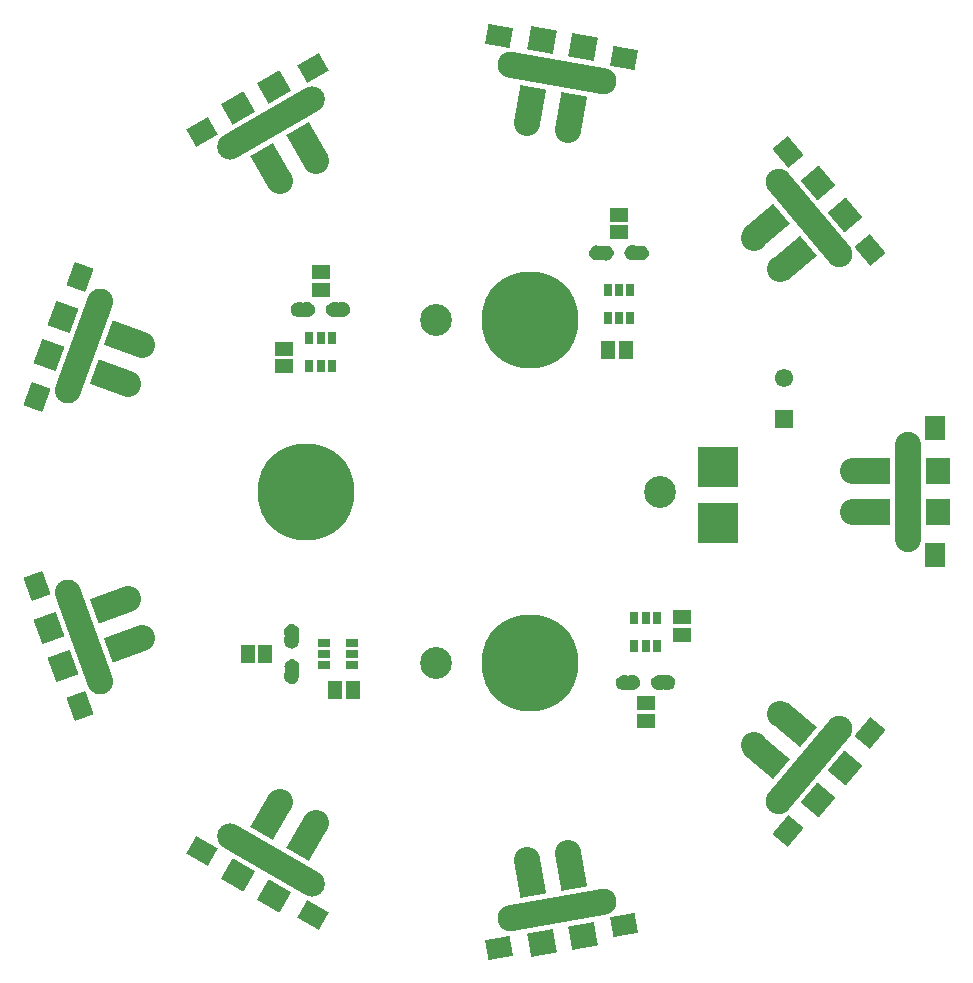
<source format=gbs>
G04*
G04 #@! TF.GenerationSoftware,Altium Limited,Altium Designer,21.7.2 (23)*
G04*
G04 Layer_Color=16711935*
%FSLAX25Y25*%
%MOIN*%
G70*
G04*
G04 #@! TF.SameCoordinates,4EB03F82-40D2-4175-A11E-0564D1C33967*
G04*
G04*
G04 #@! TF.FilePolarity,Negative*
G04*
G01*
G75*
G04:AMPARAMS|DCode=11|XSize=401.58mil|YSize=86.61mil|CornerRadius=0mil|HoleSize=0mil|Usage=FLASHONLY|Rotation=230.000|XOffset=0mil|YOffset=0mil|HoleType=Round|Shape=Round|*
%AMOVALD11*
21,1,0.31496,0.08661,0.00000,0.00000,230.0*
1,1,0.08661,0.10123,0.12064*
1,1,0.08661,-0.10123,-0.12064*
%
%ADD11OVALD11*%

G04:AMPARAMS|DCode=12|XSize=401.58mil|YSize=86.61mil|CornerRadius=0mil|HoleSize=0mil|Usage=FLASHONLY|Rotation=370.000|XOffset=0mil|YOffset=0mil|HoleType=Round|Shape=Round|*
%AMOVALD12*
21,1,0.31496,0.08661,0.00000,0.00000,370.0*
1,1,0.08661,-0.15509,-0.02735*
1,1,0.08661,0.15509,0.02735*
%
%ADD12OVALD12*%

G04:AMPARAMS|DCode=13|XSize=401.58mil|YSize=86.61mil|CornerRadius=0mil|HoleSize=0mil|Usage=FLASHONLY|Rotation=150.000|XOffset=0mil|YOffset=0mil|HoleType=Round|Shape=Round|*
%AMOVALD13*
21,1,0.31496,0.08661,0.00000,0.00000,150.0*
1,1,0.08661,0.13638,-0.07874*
1,1,0.08661,-0.13638,0.07874*
%
%ADD13OVALD13*%

G04:AMPARAMS|DCode=14|XSize=401.58mil|YSize=86.61mil|CornerRadius=0mil|HoleSize=0mil|Usage=FLASHONLY|Rotation=570.000|XOffset=0mil|YOffset=0mil|HoleType=Round|Shape=Round|*
%AMOVALD14*
21,1,0.31496,0.08661,0.00000,0.00000,570.0*
1,1,0.08661,0.13638,0.07874*
1,1,0.08661,-0.13638,-0.07874*
%
%ADD14OVALD14*%

G04:AMPARAMS|DCode=15|XSize=401.58mil|YSize=86.61mil|CornerRadius=0mil|HoleSize=0mil|Usage=FLASHONLY|Rotation=430.000|XOffset=0mil|YOffset=0mil|HoleType=Round|Shape=Round|*
%AMOVALD15*
21,1,0.31496,0.08661,0.00000,0.00000,430.0*
1,1,0.08661,-0.05386,-0.14798*
1,1,0.08661,0.05386,0.14798*
%
%ADD15OVALD15*%

G04:AMPARAMS|DCode=16|XSize=401.58mil|YSize=86.61mil|CornerRadius=0mil|HoleSize=0mil|Usage=FLASHONLY|Rotation=290.000|XOffset=0mil|YOffset=0mil|HoleType=Round|Shape=Round|*
%AMOVALD16*
21,1,0.31496,0.08661,0.00000,0.00000,290.0*
1,1,0.08661,-0.05386,0.14798*
1,1,0.08661,0.05386,-0.14798*
%
%ADD16OVALD16*%

G04:AMPARAMS|DCode=17|XSize=401.58mil|YSize=86.61mil|CornerRadius=0mil|HoleSize=0mil|Usage=FLASHONLY|Rotation=350.000|XOffset=0mil|YOffset=0mil|HoleType=Round|Shape=Round|*
%AMOVALD17*
21,1,0.31496,0.08661,0.00000,0.00000,350.0*
1,1,0.08661,-0.15509,0.02735*
1,1,0.08661,0.15509,-0.02735*
%
%ADD17OVALD17*%

%ADD18O,0.08661X0.40158*%
G04:AMPARAMS|DCode=19|XSize=401.58mil|YSize=86.61mil|CornerRadius=0mil|HoleSize=0mil|Usage=FLASHONLY|Rotation=490.000|XOffset=0mil|YOffset=0mil|HoleType=Round|Shape=Round|*
%AMOVALD19*
21,1,0.31496,0.08661,0.00000,0.00000,490.0*
1,1,0.08661,0.10123,-0.12064*
1,1,0.08661,-0.10123,0.12064*
%
%ADD19OVALD19*%

%ADD20C,0.10642*%
%ADD21C,0.06115*%
%ADD22R,0.06115X0.06115*%
%ADD23C,0.32296*%
%ADD81R,0.01378X0.04921*%
%ADD82R,0.04921X0.01378*%
G04:AMPARAMS|DCode=83|XSize=86.74mil|YSize=126.11mil|CornerRadius=0mil|HoleSize=0mil|Usage=FLASHONLY|Rotation=230.000|XOffset=0mil|YOffset=0mil|HoleType=Round|Shape=Rectangle|*
%AMROTATEDRECTD83*
4,1,4,-0.02043,0.07375,0.07618,-0.00731,0.02043,-0.07375,-0.07618,0.00731,-0.02043,0.07375,0.0*
%
%ADD83ROTATEDRECTD83*%

%ADD84C,0.08674*%
G04:AMPARAMS|DCode=85|XSize=67.06mil|YSize=82.8mil|CornerRadius=0mil|HoleSize=0mil|Usage=FLASHONLY|Rotation=140.000|XOffset=0mil|YOffset=0mil|HoleType=Round|Shape=Rectangle|*
%AMROTATEDRECTD85*
4,1,4,0.05230,0.01016,-0.00093,-0.05327,-0.05230,-0.01016,0.00093,0.05327,0.05230,0.01016,0.0*
%
%ADD85ROTATEDRECTD85*%

G04:AMPARAMS|DCode=86|XSize=78.87mil|YSize=86.74mil|CornerRadius=0mil|HoleSize=0mil|Usage=FLASHONLY|Rotation=140.000|XOffset=0mil|YOffset=0mil|HoleType=Round|Shape=Rectangle|*
%AMROTATEDRECTD86*
4,1,4,0.05809,0.00788,0.00233,-0.05857,-0.05809,-0.00788,-0.00233,0.05857,0.05809,0.00788,0.0*
%
%ADD86ROTATEDRECTD86*%

G04:AMPARAMS|DCode=87|XSize=86.74mil|YSize=126.11mil|CornerRadius=0mil|HoleSize=0mil|Usage=FLASHONLY|Rotation=10.000|XOffset=0mil|YOffset=0mil|HoleType=Round|Shape=Rectangle|*
%AMROTATEDRECTD87*
4,1,4,-0.03176,-0.06963,-0.05366,0.05457,0.03176,0.06963,0.05366,-0.05457,-0.03176,-0.06963,0.0*
%
%ADD87ROTATEDRECTD87*%

G04:AMPARAMS|DCode=88|XSize=67.06mil|YSize=82.8mil|CornerRadius=0mil|HoleSize=0mil|Usage=FLASHONLY|Rotation=100.000|XOffset=0mil|YOffset=0mil|HoleType=Round|Shape=Rectangle|*
%AMROTATEDRECTD88*
4,1,4,0.04659,-0.02583,-0.03495,-0.04021,-0.04659,0.02583,0.03495,0.04021,0.04659,-0.02583,0.0*
%
%ADD88ROTATEDRECTD88*%

G04:AMPARAMS|DCode=89|XSize=78.87mil|YSize=86.74mil|CornerRadius=0mil|HoleSize=0mil|Usage=FLASHONLY|Rotation=100.000|XOffset=0mil|YOffset=0mil|HoleType=Round|Shape=Rectangle|*
%AMROTATEDRECTD89*
4,1,4,0.04956,-0.03130,-0.03586,-0.04637,-0.04956,0.03130,0.03586,0.04637,0.04956,-0.03130,0.0*
%
%ADD89ROTATEDRECTD89*%

G04:AMPARAMS|DCode=90|XSize=86.74mil|YSize=126.11mil|CornerRadius=0mil|HoleSize=0mil|Usage=FLASHONLY|Rotation=150.000|XOffset=0mil|YOffset=0mil|HoleType=Round|Shape=Rectangle|*
%AMROTATEDRECTD90*
4,1,4,0.06909,0.03292,0.00603,-0.07629,-0.06909,-0.03292,-0.00603,0.07629,0.06909,0.03292,0.0*
%
%ADD90ROTATEDRECTD90*%

G04:AMPARAMS|DCode=91|XSize=67.06mil|YSize=82.8mil|CornerRadius=0mil|HoleSize=0mil|Usage=FLASHONLY|Rotation=60.000|XOffset=0mil|YOffset=0mil|HoleType=Round|Shape=Rectangle|*
%AMROTATEDRECTD91*
4,1,4,0.01909,-0.04974,-0.05262,-0.00834,-0.01909,0.04974,0.05262,0.00834,0.01909,-0.04974,0.0*
%
%ADD91ROTATEDRECTD91*%

G04:AMPARAMS|DCode=92|XSize=78.87mil|YSize=86.74mil|CornerRadius=0mil|HoleSize=0mil|Usage=FLASHONLY|Rotation=60.000|XOffset=0mil|YOffset=0mil|HoleType=Round|Shape=Rectangle|*
%AMROTATEDRECTD92*
4,1,4,0.01784,-0.05584,-0.05728,-0.01247,-0.01784,0.05584,0.05728,0.01247,0.01784,-0.05584,0.0*
%
%ADD92ROTATEDRECTD92*%

G04:AMPARAMS|DCode=93|XSize=86.74mil|YSize=126.11mil|CornerRadius=0mil|HoleSize=0mil|Usage=FLASHONLY|Rotation=210.000|XOffset=0mil|YOffset=0mil|HoleType=Round|Shape=Rectangle|*
%AMROTATEDRECTD93*
4,1,4,0.00603,0.07629,0.06909,-0.03292,-0.00603,-0.07629,-0.06909,0.03292,0.00603,0.07629,0.0*
%
%ADD93ROTATEDRECTD93*%

G04:AMPARAMS|DCode=94|XSize=67.06mil|YSize=82.8mil|CornerRadius=0mil|HoleSize=0mil|Usage=FLASHONLY|Rotation=300.000|XOffset=0mil|YOffset=0mil|HoleType=Round|Shape=Rectangle|*
%AMROTATEDRECTD94*
4,1,4,-0.05262,0.00834,0.01909,0.04974,0.05262,-0.00834,-0.01909,-0.04974,-0.05262,0.00834,0.0*
%
%ADD94ROTATEDRECTD94*%

G04:AMPARAMS|DCode=95|XSize=78.87mil|YSize=86.74mil|CornerRadius=0mil|HoleSize=0mil|Usage=FLASHONLY|Rotation=300.000|XOffset=0mil|YOffset=0mil|HoleType=Round|Shape=Rectangle|*
%AMROTATEDRECTD95*
4,1,4,-0.05728,0.01247,0.01784,0.05584,0.05728,-0.01247,-0.01784,-0.05584,-0.05728,0.01247,0.0*
%
%ADD95ROTATEDRECTD95*%

G04:AMPARAMS|DCode=96|XSize=86.74mil|YSize=126.11mil|CornerRadius=0mil|HoleSize=0mil|Usage=FLASHONLY|Rotation=70.000|XOffset=0mil|YOffset=0mil|HoleType=Round|Shape=Rectangle|*
%AMROTATEDRECTD96*
4,1,4,0.04442,-0.06232,-0.07409,-0.01919,-0.04442,0.06232,0.07409,0.01919,0.04442,-0.06232,0.0*
%
%ADD96ROTATEDRECTD96*%

G04:AMPARAMS|DCode=97|XSize=67.06mil|YSize=82.8mil|CornerRadius=0mil|HoleSize=0mil|Usage=FLASHONLY|Rotation=340.000|XOffset=0mil|YOffset=0mil|HoleType=Round|Shape=Rectangle|*
%AMROTATEDRECTD97*
4,1,4,-0.04567,-0.02744,-0.01735,0.05037,0.04567,0.02744,0.01735,-0.05037,-0.04567,-0.02744,0.0*
%
%ADD97ROTATEDRECTD97*%

G04:AMPARAMS|DCode=98|XSize=78.87mil|YSize=86.74mil|CornerRadius=0mil|HoleSize=0mil|Usage=FLASHONLY|Rotation=340.000|XOffset=0mil|YOffset=0mil|HoleType=Round|Shape=Rectangle|*
%AMROTATEDRECTD98*
4,1,4,-0.05189,-0.02727,-0.02222,0.05424,0.05189,0.02727,0.02222,-0.05424,-0.05189,-0.02727,0.0*
%
%ADD98ROTATEDRECTD98*%

G04:AMPARAMS|DCode=99|XSize=86.74mil|YSize=126.11mil|CornerRadius=0mil|HoleSize=0mil|Usage=FLASHONLY|Rotation=290.000|XOffset=0mil|YOffset=0mil|HoleType=Round|Shape=Rectangle|*
%AMROTATEDRECTD99*
4,1,4,-0.07409,0.01919,0.04442,0.06232,0.07409,-0.01919,-0.04442,-0.06232,-0.07409,0.01919,0.0*
%
%ADD99ROTATEDRECTD99*%

G04:AMPARAMS|DCode=100|XSize=67.06mil|YSize=82.8mil|CornerRadius=0mil|HoleSize=0mil|Usage=FLASHONLY|Rotation=20.000|XOffset=0mil|YOffset=0mil|HoleType=Round|Shape=Rectangle|*
%AMROTATEDRECTD100*
4,1,4,-0.01735,-0.05037,-0.04567,0.02744,0.01735,0.05037,0.04567,-0.02744,-0.01735,-0.05037,0.0*
%
%ADD100ROTATEDRECTD100*%

G04:AMPARAMS|DCode=101|XSize=78.87mil|YSize=86.74mil|CornerRadius=0mil|HoleSize=0mil|Usage=FLASHONLY|Rotation=20.000|XOffset=0mil|YOffset=0mil|HoleType=Round|Shape=Rectangle|*
%AMROTATEDRECTD101*
4,1,4,-0.02222,-0.05424,-0.05189,0.02727,0.02222,0.05424,0.05189,-0.02727,-0.02222,-0.05424,0.0*
%
%ADD101ROTATEDRECTD101*%

G04:AMPARAMS|DCode=102|XSize=86.74mil|YSize=126.11mil|CornerRadius=0mil|HoleSize=0mil|Usage=FLASHONLY|Rotation=350.000|XOffset=0mil|YOffset=0mil|HoleType=Round|Shape=Rectangle|*
%AMROTATEDRECTD102*
4,1,4,-0.05366,-0.05457,-0.03176,0.06963,0.05366,0.05457,0.03176,-0.06963,-0.05366,-0.05457,0.0*
%
%ADD102ROTATEDRECTD102*%

G04:AMPARAMS|DCode=103|XSize=67.06mil|YSize=82.8mil|CornerRadius=0mil|HoleSize=0mil|Usage=FLASHONLY|Rotation=260.000|XOffset=0mil|YOffset=0mil|HoleType=Round|Shape=Rectangle|*
%AMROTATEDRECTD103*
4,1,4,-0.03495,0.04021,0.04659,0.02583,0.03495,-0.04021,-0.04659,-0.02583,-0.03495,0.04021,0.0*
%
%ADD103ROTATEDRECTD103*%

G04:AMPARAMS|DCode=104|XSize=78.87mil|YSize=86.74mil|CornerRadius=0mil|HoleSize=0mil|Usage=FLASHONLY|Rotation=260.000|XOffset=0mil|YOffset=0mil|HoleType=Round|Shape=Rectangle|*
%AMROTATEDRECTD104*
4,1,4,-0.03586,0.04637,0.04956,0.03130,0.03586,-0.04637,-0.04956,-0.03130,-0.03586,0.04637,0.0*
%
%ADD104ROTATEDRECTD104*%

%ADD105R,0.12611X0.08674*%
%ADD106R,0.06706X0.08280*%
%ADD107R,0.07887X0.08674*%
G04:AMPARAMS|DCode=108|XSize=86.74mil|YSize=126.11mil|CornerRadius=0mil|HoleSize=0mil|Usage=FLASHONLY|Rotation=130.000|XOffset=0mil|YOffset=0mil|HoleType=Round|Shape=Rectangle|*
%AMROTATEDRECTD108*
4,1,4,0.07618,0.00731,-0.02043,-0.07375,-0.07618,-0.00731,0.02043,0.07375,0.07618,0.00731,0.0*
%
%ADD108ROTATEDRECTD108*%

G04:AMPARAMS|DCode=109|XSize=67.06mil|YSize=82.8mil|CornerRadius=0mil|HoleSize=0mil|Usage=FLASHONLY|Rotation=220.000|XOffset=0mil|YOffset=0mil|HoleType=Round|Shape=Rectangle|*
%AMROTATEDRECTD109*
4,1,4,-0.00093,0.05327,0.05230,-0.01016,0.00093,-0.05327,-0.05230,0.01016,-0.00093,0.05327,0.0*
%
%ADD109ROTATEDRECTD109*%

G04:AMPARAMS|DCode=110|XSize=78.87mil|YSize=86.74mil|CornerRadius=0mil|HoleSize=0mil|Usage=FLASHONLY|Rotation=220.000|XOffset=0mil|YOffset=0mil|HoleType=Round|Shape=Rectangle|*
%AMROTATEDRECTD110*
4,1,4,0.00233,0.05857,0.05809,-0.00788,-0.00233,-0.05857,-0.05809,0.00788,0.00233,0.05857,0.0*
%
%ADD110ROTATEDRECTD110*%

G04:AMPARAMS|DCode=111|XSize=27.69mil|YSize=27.69mil|CornerRadius=13.84mil|HoleSize=0mil|Usage=FLASHONLY|Rotation=270.000|XOffset=0mil|YOffset=0mil|HoleType=Round|Shape=RoundedRectangle|*
%AMROUNDEDRECTD111*
21,1,0.02769,0.00000,0,0,270.0*
21,1,0.00000,0.02769,0,0,270.0*
1,1,0.02769,0.00000,0.00000*
1,1,0.02769,0.00000,0.00000*
1,1,0.02769,0.00000,0.00000*
1,1,0.02769,0.00000,0.00000*
%
%ADD111ROUNDEDRECTD111*%
%ADD112R,0.05918X0.04737*%
%ADD113R,0.02769X0.04343*%
G04:AMPARAMS|DCode=114|XSize=27.69mil|YSize=27.69mil|CornerRadius=13.84mil|HoleSize=0mil|Usage=FLASHONLY|Rotation=0.000|XOffset=0mil|YOffset=0mil|HoleType=Round|Shape=RoundedRectangle|*
%AMROUNDEDRECTD114*
21,1,0.02769,0.00000,0,0,0.0*
21,1,0.00000,0.02769,0,0,0.0*
1,1,0.02769,0.00000,0.00000*
1,1,0.02769,0.00000,0.00000*
1,1,0.02769,0.00000,0.00000*
1,1,0.02769,0.00000,0.00000*
%
%ADD114ROUNDEDRECTD114*%
%ADD115R,0.04737X0.05918*%
%ADD116R,0.04343X0.02769*%
%ADD117R,0.13792X0.13792*%
%ADD118C,0.02375*%
G36*
X-61660Y-60036D02*
X-61609Y-60046D01*
X-61559Y-60063D01*
X-61512Y-60086D01*
X-61483Y-60105D01*
X-61469Y-60115D01*
X-61429Y-60150D01*
Y-60150D01*
X-61429D01*
X-61395Y-60189D01*
X-61385Y-60203D01*
X-61365Y-60233D01*
X-61342Y-60280D01*
X-61325Y-60329D01*
X-61315Y-60381D01*
X-61312Y-60433D01*
D01*
Y-60433D01*
X-61312Y-61306D01*
X-61283Y-61733D01*
X-61283Y-61785D01*
D01*
Y-61785D01*
X-61290Y-61837D01*
X-61296Y-61858D01*
X-61304Y-61888D01*
X-61304Y-61888D01*
X-61586Y-62724D01*
X-61586Y-62724D01*
X-61606Y-62773D01*
X-61633Y-62818D01*
X-61657Y-62850D01*
X-61664Y-62860D01*
X-61664Y-62860D01*
X-62246Y-63524D01*
X-62246Y-63524D01*
X-62283Y-63561D01*
X-62325Y-63593D01*
X-62344Y-63604D01*
X-62370Y-63620D01*
X-62370Y-63620D01*
X-63161Y-64011D01*
X-63161D01*
X-63161Y-64011D01*
X-63210Y-64031D01*
X-63242Y-64040D01*
X-63260Y-64045D01*
X-63312Y-64052D01*
X-63312D01*
X-63753Y-64081D01*
X-63757Y-64081D01*
X-63762Y-64082D01*
X-63771Y-64081D01*
X-63779Y-64082D01*
X-63792Y-64081D01*
X-63805Y-64081D01*
X-63810Y-64081D01*
X-63814Y-64080D01*
X-64264Y-64041D01*
X-64265D01*
X-64316Y-64033D01*
X-64367Y-64019D01*
X-64415Y-63998D01*
X-65217Y-63581D01*
X-65217Y-63581D01*
X-65262Y-63554D01*
X-65302Y-63521D01*
X-65339Y-63483D01*
X-65920Y-62791D01*
X-65951Y-62748D01*
X-65963Y-62728D01*
X-65977Y-62702D01*
X-65996Y-62653D01*
X-65996Y-62653D01*
X-66268Y-61792D01*
X-66268Y-61791D01*
X-66277Y-61753D01*
X-66280Y-61741D01*
X-66286Y-61689D01*
Y-61689D01*
D01*
X-66285Y-61636D01*
X-66247Y-61203D01*
Y-60433D01*
X-66244Y-60381D01*
X-66234Y-60329D01*
X-66217Y-60280D01*
X-66194Y-60233D01*
X-66164Y-60189D01*
X-66130Y-60150D01*
X-66091Y-60115D01*
X-66047Y-60086D01*
X-66000Y-60063D01*
X-65950Y-60046D01*
X-65899Y-60036D01*
X-65847Y-60032D01*
X-61713D01*
X-61713D01*
D01*
X-61660Y-60036D01*
D02*
G37*
G36*
X-63753Y-55924D02*
X-63732Y-55924D01*
X-63727Y-55925D01*
X-63723Y-55925D01*
X-63273Y-55964D01*
X-63273D01*
X-63227Y-55971D01*
X-63221Y-55972D01*
X-63206Y-55976D01*
X-63170Y-55987D01*
X-63122Y-56008D01*
X-62320Y-56425D01*
X-62320Y-56425D01*
X-62275Y-56452D01*
X-62234Y-56485D01*
X-62198Y-56523D01*
X-61617Y-57215D01*
X-61586Y-57257D01*
X-61574Y-57278D01*
X-61560Y-57303D01*
X-61541Y-57352D01*
X-61541Y-57352D01*
X-61269Y-58214D01*
X-61269Y-58214D01*
X-61260Y-58252D01*
X-61257Y-58265D01*
X-61251Y-58317D01*
Y-58317D01*
D01*
X-61252Y-58369D01*
X-61290Y-58802D01*
X-61290Y-59572D01*
D01*
Y-59572D01*
X-61293Y-59625D01*
X-61303Y-59676D01*
X-61320Y-59726D01*
X-61343Y-59773D01*
X-61373Y-59816D01*
X-61407Y-59856D01*
X-61446Y-59890D01*
X-61490Y-59920D01*
X-61537Y-59943D01*
X-61587Y-59960D01*
X-61638Y-59970D01*
X-61690Y-59973D01*
X-61690D01*
D01*
X-65824Y-59973D01*
X-65824D01*
D01*
X-65877Y-59970D01*
X-65928Y-59960D01*
X-65978Y-59943D01*
X-66025Y-59920D01*
X-66054Y-59900D01*
X-66068Y-59890D01*
X-66108Y-59856D01*
Y-59856D01*
X-66108D01*
X-66142Y-59816D01*
X-66152Y-59802D01*
X-66172Y-59773D01*
X-66195Y-59726D01*
X-66212Y-59676D01*
X-66222Y-59625D01*
X-66225Y-59572D01*
D01*
Y-59572D01*
X-66225Y-58700D01*
X-66254Y-58273D01*
X-66254Y-58220D01*
D01*
Y-58220D01*
X-66247Y-58168D01*
X-66241Y-58147D01*
X-66233Y-58118D01*
X-66233Y-58118D01*
X-65951Y-57281D01*
X-65951Y-57281D01*
X-65931Y-57233D01*
X-65904Y-57187D01*
X-65880Y-57155D01*
X-65873Y-57146D01*
X-65873Y-57146D01*
X-65291Y-56481D01*
X-65291Y-56481D01*
X-65254Y-56444D01*
X-65213Y-56412D01*
X-65193Y-56401D01*
X-65167Y-56386D01*
X-65167Y-56386D01*
X-64376Y-55994D01*
X-64376D01*
X-64376Y-55994D01*
X-64327Y-55974D01*
X-64295Y-55966D01*
X-64277Y-55961D01*
X-64225Y-55954D01*
X-64225D01*
X-63784Y-55924D01*
X-63780Y-55924D01*
X-63775Y-55924D01*
X-63753Y-55924D01*
D02*
G37*
G36*
X-61735Y-48294D02*
X-61735D01*
D01*
X-61682Y-48298D01*
X-61631Y-48308D01*
X-61614Y-48314D01*
X-61581Y-48325D01*
X-61534Y-48348D01*
X-61491Y-48377D01*
X-61451Y-48412D01*
Y-48412D01*
X-61451D01*
X-61417Y-48451D01*
X-61387Y-48495D01*
X-61364Y-48542D01*
X-61353Y-48575D01*
X-61347Y-48592D01*
X-61337Y-48643D01*
X-61334Y-48695D01*
D01*
Y-48695D01*
X-61334Y-49568D01*
X-61305Y-49995D01*
X-61305Y-50047D01*
D01*
Y-50047D01*
X-61312Y-50099D01*
X-61318Y-50121D01*
X-61326Y-50150D01*
X-61326Y-50150D01*
X-61608Y-50986D01*
X-61608Y-50987D01*
X-61628Y-51035D01*
X-61655Y-51081D01*
X-61679Y-51112D01*
X-61686Y-51122D01*
X-61686Y-51122D01*
X-62268Y-51787D01*
X-62268Y-51787D01*
X-62305Y-51824D01*
X-62347Y-51856D01*
X-62366Y-51867D01*
X-62392Y-51882D01*
X-62392Y-51882D01*
X-63183Y-52273D01*
X-63183D01*
X-63183Y-52273D01*
X-63232Y-52293D01*
X-63264Y-52302D01*
X-63282Y-52307D01*
X-63334Y-52314D01*
X-63334D01*
X-63775Y-52343D01*
X-63779Y-52343D01*
X-63784Y-52344D01*
X-63793Y-52344D01*
X-63802Y-52344D01*
X-63815Y-52343D01*
X-63827Y-52343D01*
X-63832Y-52343D01*
X-63836Y-52343D01*
X-64287Y-52304D01*
X-64287D01*
X-64338Y-52296D01*
X-64389Y-52281D01*
X-64437Y-52260D01*
X-65239Y-51843D01*
X-65239Y-51843D01*
X-65284Y-51816D01*
X-65325Y-51783D01*
X-65361Y-51745D01*
X-65942Y-51053D01*
X-65973Y-51011D01*
X-65985Y-50990D01*
X-65999Y-50965D01*
X-66018Y-50916D01*
X-66018Y-50916D01*
X-66290Y-50054D01*
X-66290Y-50054D01*
X-66299Y-50015D01*
X-66302Y-50003D01*
X-66308Y-49951D01*
Y-49951D01*
D01*
X-66307Y-49898D01*
X-66269Y-49465D01*
X-66269Y-48695D01*
D01*
Y-48695D01*
X-66266Y-48643D01*
X-66256Y-48592D01*
X-66239Y-48542D01*
X-66216Y-48495D01*
X-66186Y-48451D01*
X-66152Y-48412D01*
X-66113Y-48377D01*
X-66069Y-48348D01*
X-66022Y-48325D01*
X-65972Y-48308D01*
X-65921Y-48298D01*
X-65869Y-48294D01*
X-65869D01*
D01*
X-61735Y-48294D01*
D02*
G37*
G36*
X-63775Y-44187D02*
X-63754Y-44187D01*
X-63749Y-44187D01*
X-63745Y-44187D01*
X-63295Y-44226D01*
X-63295D01*
X-63250Y-44233D01*
X-63243Y-44234D01*
X-63228Y-44239D01*
X-63192Y-44249D01*
X-63144Y-44270D01*
X-62342Y-44687D01*
X-62342Y-44687D01*
X-62297Y-44714D01*
X-62256Y-44747D01*
X-62220Y-44785D01*
X-61639Y-45477D01*
X-61608Y-45519D01*
X-61596Y-45540D01*
X-61582Y-45565D01*
X-61563Y-45614D01*
X-61563Y-45614D01*
X-61291Y-46476D01*
X-61291Y-46476D01*
X-61282Y-46515D01*
X-61279Y-46527D01*
X-61273Y-46579D01*
Y-46579D01*
D01*
X-61274Y-46632D01*
X-61312Y-47065D01*
Y-47835D01*
X-61315Y-47887D01*
X-61325Y-47938D01*
X-61342Y-47988D01*
X-61365Y-48035D01*
X-61395Y-48079D01*
X-61429Y-48118D01*
X-61469Y-48153D01*
X-61512Y-48182D01*
X-61559Y-48205D01*
X-61609Y-48222D01*
X-61660Y-48232D01*
X-61713Y-48235D01*
X-65847D01*
X-65899Y-48232D01*
X-65950Y-48222D01*
X-66000Y-48205D01*
X-66047Y-48182D01*
X-66091Y-48153D01*
X-66130Y-48118D01*
X-66164Y-48079D01*
X-66194Y-48035D01*
X-66217Y-47988D01*
X-66234Y-47938D01*
X-66244Y-47887D01*
X-66247Y-47835D01*
X-66247Y-46962D01*
X-66276Y-46535D01*
X-66276Y-46483D01*
D01*
Y-46483D01*
X-66269Y-46431D01*
X-66263Y-46409D01*
X-66256Y-46380D01*
X-66255Y-46380D01*
X-65973Y-45544D01*
X-65973Y-45543D01*
X-65953Y-45495D01*
X-65926Y-45450D01*
X-65902Y-45418D01*
X-65895Y-45408D01*
X-65895Y-45408D01*
X-65313Y-44743D01*
X-65313Y-44743D01*
X-65276Y-44706D01*
X-65235Y-44674D01*
X-65215Y-44663D01*
X-65189Y-44648D01*
X-65189Y-44648D01*
X-64398Y-44257D01*
X-64398D01*
X-64398Y-44257D01*
X-64349Y-44236D01*
X-64317Y-44228D01*
X-64299Y-44223D01*
X-64247Y-44216D01*
X-64247D01*
X-63806Y-44187D01*
X-63802Y-44187D01*
X-63797Y-44186D01*
X-63775Y-44187D01*
D02*
G37*
G36*
X46632Y-61176D02*
X47065Y-61213D01*
X47835D01*
X47887Y-61217D01*
X47938Y-61227D01*
X47988Y-61244D01*
X48035Y-61267D01*
X48079Y-61296D01*
X48118Y-61331D01*
X48153Y-61370D01*
X48182Y-61414D01*
X48205Y-61461D01*
X48222Y-61510D01*
X48232Y-61562D01*
X48235Y-61614D01*
Y-65748D01*
X48232Y-65800D01*
X48222Y-65852D01*
X48205Y-65901D01*
X48182Y-65948D01*
X48153Y-65992D01*
X48118Y-66031D01*
X48079Y-66066D01*
X48035Y-66095D01*
X47988Y-66118D01*
X47938Y-66135D01*
X47887Y-66145D01*
X47835Y-66149D01*
X46962Y-66149D01*
X46535Y-66177D01*
X46483Y-66177D01*
D01*
X46483D01*
X46431Y-66171D01*
X46409Y-66165D01*
X46380Y-66157D01*
X46380Y-66157D01*
X45544Y-65874D01*
X45543Y-65874D01*
X45495Y-65854D01*
X45450Y-65828D01*
X45418Y-65804D01*
X45408Y-65796D01*
X45408Y-65796D01*
X44743Y-65215D01*
X44743Y-65215D01*
X44706Y-65178D01*
X44674Y-65136D01*
X44663Y-65117D01*
X44648Y-65091D01*
X44648Y-65091D01*
X44257Y-64299D01*
Y-64299D01*
X44257Y-64299D01*
X44236Y-64251D01*
X44228Y-64219D01*
X44223Y-64200D01*
X44216Y-64148D01*
Y-64148D01*
X44187Y-63708D01*
X44187Y-63703D01*
X44186Y-63699D01*
X44187Y-63677D01*
X44187Y-63655D01*
X44187Y-63651D01*
X44187Y-63646D01*
X44226Y-63196D01*
Y-63196D01*
X44233Y-63151D01*
X44234Y-63144D01*
X44239Y-63130D01*
X44249Y-63094D01*
X44270Y-63046D01*
X44687Y-62244D01*
X44687Y-62244D01*
X44714Y-62199D01*
X44747Y-62158D01*
X44785Y-62122D01*
X45477Y-61540D01*
X45519Y-61509D01*
X45540Y-61498D01*
X45565Y-61484D01*
X45614Y-61465D01*
X45614Y-61465D01*
X46476Y-61193D01*
X46476Y-61193D01*
X46515Y-61183D01*
X46527Y-61180D01*
X46579Y-61175D01*
X46579D01*
D01*
X46632Y-61176D01*
D02*
G37*
G36*
X50099Y-61214D02*
X50121Y-61219D01*
X50150Y-61227D01*
X50150Y-61227D01*
X50986Y-61510D01*
X50987Y-61510D01*
X51035Y-61530D01*
X51081Y-61556D01*
X51112Y-61581D01*
X51122Y-61588D01*
X51122Y-61588D01*
X51787Y-62169D01*
X51787Y-62170D01*
X51824Y-62207D01*
X51856Y-62248D01*
X51867Y-62267D01*
X51882Y-62293D01*
X51882Y-62293D01*
X52273Y-63085D01*
Y-63085D01*
X52273Y-63085D01*
X52293Y-63133D01*
X52302Y-63165D01*
X52307Y-63184D01*
X52314Y-63236D01*
Y-63236D01*
X52343Y-63677D01*
X52343Y-63681D01*
X52344Y-63686D01*
X52344Y-63694D01*
X52344Y-63703D01*
X52343Y-63716D01*
X52343Y-63729D01*
X52343Y-63734D01*
X52343Y-63738D01*
X52304Y-64188D01*
Y-64188D01*
X52296Y-64240D01*
X52281Y-64290D01*
X52260Y-64338D01*
X51843Y-65140D01*
X51843Y-65140D01*
X51816Y-65185D01*
X51783Y-65226D01*
X51745Y-65263D01*
X51053Y-65844D01*
X51011Y-65875D01*
X50990Y-65886D01*
X50965Y-65900D01*
X50916Y-65919D01*
X50916Y-65919D01*
X50054Y-66192D01*
X50054Y-66192D01*
X50015Y-66201D01*
X50003Y-66204D01*
X49951Y-66210D01*
X49951D01*
D01*
X49898Y-66209D01*
X49465Y-66171D01*
X48695Y-66171D01*
D01*
X48695D01*
X48643Y-66167D01*
X48592Y-66157D01*
X48542Y-66140D01*
X48495Y-66117D01*
X48451Y-66088D01*
X48412Y-66053D01*
X48377Y-66014D01*
X48348Y-65970D01*
X48325Y-65924D01*
X48308Y-65874D01*
X48298Y-65822D01*
X48294Y-65770D01*
Y-65770D01*
D01*
X48294Y-61636D01*
Y-61636D01*
D01*
X48298Y-61584D01*
X48308Y-61532D01*
X48314Y-61516D01*
X48325Y-61483D01*
X48348Y-61436D01*
X48377Y-61392D01*
X48412Y-61353D01*
X48412D01*
Y-61353D01*
X48451Y-61318D01*
X48495Y-61289D01*
X48542Y-61266D01*
X48575Y-61255D01*
X48592Y-61249D01*
X48643Y-61239D01*
X48695Y-61235D01*
D01*
X48695D01*
X49568Y-61235D01*
X49995Y-61207D01*
X50047Y-61207D01*
D01*
X50047D01*
X50099Y-61214D01*
D02*
G37*
G36*
X58369Y-61055D02*
X58802Y-61093D01*
X59572Y-61093D01*
D01*
X59572D01*
X59625Y-61096D01*
X59676Y-61106D01*
X59726Y-61123D01*
X59773Y-61147D01*
X59816Y-61176D01*
X59856Y-61210D01*
X59890Y-61250D01*
X59920Y-61293D01*
X59943Y-61340D01*
X59960Y-61390D01*
X59970Y-61441D01*
X59973Y-61494D01*
Y-61494D01*
D01*
X59973Y-65628D01*
Y-65628D01*
D01*
X59970Y-65680D01*
X59960Y-65731D01*
X59943Y-65781D01*
X59920Y-65828D01*
X59900Y-65857D01*
X59890Y-65872D01*
X59856Y-65911D01*
X59856D01*
Y-65911D01*
X59816Y-65946D01*
X59802Y-65955D01*
X59773Y-65975D01*
X59726Y-65998D01*
X59676Y-66015D01*
X59625Y-66025D01*
X59572Y-66028D01*
D01*
X59572D01*
X58700Y-66028D01*
X58273Y-66057D01*
X58220Y-66057D01*
D01*
X58220D01*
X58168Y-66050D01*
X58147Y-66044D01*
X58118Y-66037D01*
X58118Y-66037D01*
X57281Y-65754D01*
X57281Y-65754D01*
X57233Y-65734D01*
X57187Y-65708D01*
X57155Y-65683D01*
X57146Y-65676D01*
X57146Y-65676D01*
X56481Y-65094D01*
X56481Y-65094D01*
X56444Y-65057D01*
X56412Y-65016D01*
X56401Y-64997D01*
X56386Y-64970D01*
X56386Y-64970D01*
X55994Y-64179D01*
Y-64179D01*
X55994Y-64179D01*
X55974Y-64130D01*
X55966Y-64098D01*
X55961Y-64080D01*
X55954Y-64028D01*
Y-64028D01*
X55924Y-63587D01*
X55924Y-63583D01*
X55924Y-63578D01*
X55924Y-63557D01*
X55924Y-63535D01*
X55925Y-63530D01*
X55925Y-63526D01*
X55964Y-63076D01*
Y-63076D01*
X55971Y-63031D01*
X55972Y-63024D01*
X55976Y-63009D01*
X55987Y-62973D01*
X56008Y-62925D01*
X56425Y-62124D01*
X56425Y-62123D01*
X56452Y-62078D01*
X56485Y-62038D01*
X56523Y-62001D01*
X57215Y-61420D01*
X57257Y-61389D01*
X57278Y-61378D01*
X57303Y-61364D01*
X57352Y-61345D01*
X57352Y-61345D01*
X58214Y-61072D01*
X58214Y-61072D01*
X58252Y-61063D01*
X58265Y-61060D01*
X58317Y-61054D01*
X58317D01*
D01*
X58369Y-61055D01*
D02*
G37*
G36*
X61837Y-61093D02*
X61858Y-61099D01*
X61888Y-61107D01*
X61888Y-61107D01*
X62724Y-61389D01*
X62724Y-61389D01*
X62773Y-61409D01*
X62818Y-61436D01*
X62850Y-61460D01*
X62860Y-61468D01*
X62860Y-61468D01*
X63524Y-62049D01*
X63524Y-62049D01*
X63561Y-62086D01*
X63593Y-62128D01*
X63604Y-62147D01*
X63620Y-62173D01*
X63620Y-62173D01*
X64011Y-62964D01*
Y-62964D01*
X64011Y-62964D01*
X64031Y-63013D01*
X64040Y-63045D01*
X64045Y-63064D01*
X64052Y-63116D01*
Y-63116D01*
X64081Y-63556D01*
X64081Y-63561D01*
X64082Y-63565D01*
X64081Y-63574D01*
X64082Y-63583D01*
X64081Y-63596D01*
X64081Y-63608D01*
X64081Y-63613D01*
X64080Y-63617D01*
X64041Y-64068D01*
Y-64068D01*
X64033Y-64119D01*
X64019Y-64170D01*
X63998Y-64218D01*
X63581Y-65020D01*
X63581Y-65020D01*
X63553Y-65065D01*
X63521Y-65106D01*
X63483Y-65142D01*
X62791Y-65723D01*
X62748Y-65754D01*
X62728Y-65766D01*
X62702Y-65780D01*
X62653Y-65799D01*
X62653Y-65799D01*
X61792Y-66071D01*
X61791Y-66071D01*
X61753Y-66080D01*
X61741Y-66084D01*
X61689Y-66089D01*
X61689D01*
D01*
X61636Y-66088D01*
X61203Y-66050D01*
X60433D01*
X60381Y-66047D01*
X60329Y-66037D01*
X60280Y-66020D01*
X60233Y-65997D01*
X60189Y-65968D01*
X60150Y-65933D01*
X60115Y-65894D01*
X60086Y-65850D01*
X60063Y-65803D01*
X60046Y-65753D01*
X60036Y-65702D01*
X60032Y-65650D01*
Y-61516D01*
Y-61516D01*
D01*
X60036Y-61463D01*
X60046Y-61412D01*
X60063Y-61362D01*
X60086Y-61315D01*
X60105Y-61286D01*
X60115Y-61272D01*
X60150Y-61232D01*
X60150D01*
Y-61232D01*
X60189Y-61198D01*
X60203Y-61188D01*
X60233Y-61169D01*
X60280Y-61145D01*
X60329Y-61129D01*
X60381Y-61118D01*
X60433Y-61115D01*
D01*
X60433D01*
X61305Y-61115D01*
X61733Y-61086D01*
X61785Y-61086D01*
D01*
X61785D01*
X61837Y-61093D01*
D02*
G37*
G36*
X-61734Y63135D02*
X-61302Y63098D01*
X-60532D01*
X-60479Y63094D01*
X-60428Y63084D01*
X-60378Y63067D01*
X-60331Y63044D01*
X-60287Y63015D01*
X-60248Y62980D01*
X-60214Y62941D01*
X-60184Y62897D01*
X-60161Y62850D01*
X-60144Y62801D01*
X-60134Y62749D01*
X-60131Y62697D01*
Y58563D01*
X-60134Y58511D01*
X-60144Y58459D01*
X-60161Y58410D01*
X-60184Y58363D01*
X-60214Y58319D01*
X-60248Y58280D01*
X-60287Y58245D01*
X-60331Y58216D01*
X-60378Y58193D01*
X-60428Y58176D01*
X-60479Y58166D01*
X-60532Y58162D01*
X-61404Y58162D01*
X-61831Y58134D01*
X-61884Y58134D01*
D01*
X-61884D01*
X-61936Y58140D01*
X-61957Y58146D01*
X-61986Y58154D01*
X-61986Y58154D01*
X-62823Y58437D01*
X-62823Y58437D01*
X-62871Y58457D01*
X-62917Y58483D01*
X-62949Y58507D01*
X-62958Y58515D01*
X-62958Y58515D01*
X-63623Y59096D01*
X-63623Y59096D01*
X-63660Y59133D01*
X-63692Y59175D01*
X-63703Y59194D01*
X-63718Y59220D01*
X-63718Y59220D01*
X-64109Y60012D01*
Y60012D01*
X-64109Y60012D01*
X-64130Y60060D01*
X-64138Y60092D01*
X-64143Y60111D01*
X-64150Y60163D01*
Y60163D01*
X-64179Y60603D01*
X-64179Y60608D01*
X-64180Y60612D01*
X-64179Y60634D01*
X-64180Y60656D01*
X-64179Y60660D01*
X-64179Y60665D01*
X-64140Y61115D01*
Y61115D01*
X-64133Y61160D01*
X-64132Y61167D01*
X-64127Y61181D01*
X-64117Y61217D01*
X-64096Y61265D01*
X-63679Y62067D01*
X-63679Y62067D01*
X-63652Y62112D01*
X-63619Y62153D01*
X-63581Y62189D01*
X-62889Y62771D01*
X-62847Y62802D01*
X-62826Y62813D01*
X-62801Y62827D01*
X-62752Y62846D01*
X-62752Y62846D01*
X-61890Y63118D01*
X-61890Y63118D01*
X-61852Y63128D01*
X-61839Y63131D01*
X-61787Y63137D01*
X-61787D01*
D01*
X-61734Y63135D01*
D02*
G37*
G36*
X-58267Y63097D02*
X-58245Y63092D01*
X-58216Y63084D01*
X-58216Y63084D01*
X-57380Y62801D01*
X-57380Y62801D01*
X-57331Y62781D01*
X-57286Y62755D01*
X-57254Y62730D01*
X-57244Y62723D01*
X-57244Y62723D01*
X-56580Y62142D01*
X-56580Y62141D01*
X-56542Y62104D01*
X-56511Y62063D01*
X-56499Y62044D01*
X-56484Y62018D01*
X-56484Y62018D01*
X-56093Y61226D01*
Y61226D01*
X-56093Y61226D01*
X-56073Y61178D01*
X-56064Y61146D01*
X-56059Y61127D01*
X-56052Y61075D01*
Y61075D01*
X-56023Y60634D01*
X-56023Y60630D01*
X-56022Y60626D01*
X-56023Y60617D01*
X-56022Y60608D01*
X-56023Y60595D01*
X-56023Y60582D01*
X-56023Y60577D01*
X-56023Y60573D01*
X-56063Y60123D01*
Y60123D01*
X-56071Y60071D01*
X-56085Y60021D01*
X-56106Y59973D01*
X-56523Y59171D01*
X-56523Y59171D01*
X-56550Y59126D01*
X-56583Y59085D01*
X-56621Y59049D01*
X-57313Y58467D01*
X-57355Y58436D01*
X-57376Y58425D01*
X-57402Y58411D01*
X-57450Y58392D01*
X-57450Y58392D01*
X-58312Y58120D01*
X-58312Y58119D01*
X-58351Y58110D01*
X-58363Y58107D01*
X-58415Y58101D01*
X-58415D01*
D01*
X-58468Y58102D01*
X-58901Y58140D01*
X-59671Y58140D01*
X-59671D01*
D01*
X-59723Y58144D01*
X-59775Y58154D01*
X-59824Y58171D01*
X-59871Y58194D01*
X-59915Y58223D01*
X-59954Y58258D01*
X-59989Y58297D01*
X-60018Y58341D01*
X-60041Y58388D01*
X-60058Y58437D01*
X-60068Y58489D01*
X-60072Y58541D01*
D01*
Y58541D01*
X-60072Y62675D01*
D01*
Y62675D01*
X-60068Y62727D01*
X-60058Y62779D01*
X-60052Y62795D01*
X-60041Y62828D01*
X-60018Y62875D01*
X-59989Y62919D01*
X-59954Y62958D01*
X-59954D01*
Y62958D01*
X-59915Y62993D01*
X-59871Y63022D01*
X-59824Y63045D01*
X-59791Y63056D01*
X-59775Y63062D01*
X-59723Y63072D01*
X-59671Y63076D01*
X-59671D01*
D01*
X-58798Y63076D01*
X-58371Y63104D01*
X-58319Y63104D01*
D01*
X-58319D01*
X-58267Y63097D01*
D02*
G37*
G36*
X-49997Y63157D02*
X-49564Y63120D01*
X-48794Y63120D01*
D01*
X-48794D01*
X-48741Y63116D01*
X-48690Y63106D01*
X-48640Y63089D01*
X-48593Y63066D01*
X-48550Y63037D01*
X-48510Y63002D01*
X-48476Y62963D01*
X-48447Y62919D01*
X-48423Y62872D01*
X-48407Y62823D01*
X-48396Y62771D01*
X-48393Y62719D01*
D01*
Y62719D01*
X-48393Y58585D01*
D01*
Y58585D01*
X-48396Y58533D01*
X-48407Y58481D01*
X-48423Y58432D01*
X-48447Y58385D01*
X-48466Y58355D01*
X-48476Y58341D01*
X-48510Y58302D01*
X-48510D01*
Y58302D01*
X-48550Y58267D01*
X-48564Y58257D01*
X-48593Y58238D01*
X-48640Y58215D01*
X-48690Y58198D01*
X-48741Y58188D01*
X-48794Y58184D01*
D01*
X-48794D01*
X-49666Y58184D01*
X-50094Y58156D01*
X-50146Y58156D01*
D01*
X-50146D01*
X-50198Y58162D01*
X-50219Y58168D01*
X-50248Y58176D01*
X-50249Y58176D01*
X-51085Y58459D01*
X-51085Y58459D01*
X-51134Y58479D01*
X-51179Y58505D01*
X-51211Y58529D01*
X-51221Y58537D01*
X-51221Y58537D01*
X-51885Y59118D01*
X-51885Y59118D01*
X-51922Y59155D01*
X-51954Y59197D01*
X-51965Y59216D01*
X-51980Y59242D01*
X-51980Y59242D01*
X-52372Y60034D01*
Y60034D01*
X-52372Y60034D01*
X-52392Y60082D01*
X-52400Y60114D01*
X-52406Y60133D01*
X-52412Y60185D01*
Y60185D01*
X-52442Y60625D01*
X-52442Y60630D01*
X-52442Y60634D01*
X-52442Y60656D01*
X-52442Y60678D01*
X-52441Y60682D01*
X-52441Y60687D01*
X-52402Y61137D01*
Y61137D01*
X-52395Y61182D01*
X-52394Y61189D01*
X-52390Y61203D01*
X-52379Y61239D01*
X-52358Y61287D01*
X-51941Y62089D01*
X-51941Y62089D01*
X-51914Y62134D01*
X-51881Y62175D01*
X-51844Y62211D01*
X-51151Y62793D01*
X-51109Y62824D01*
X-51088Y62835D01*
X-51063Y62849D01*
X-51014Y62868D01*
X-51014Y62868D01*
X-50152Y63140D01*
X-50152Y63140D01*
X-50114Y63150D01*
X-50101Y63153D01*
X-50049Y63159D01*
X-50049D01*
D01*
X-49997Y63157D01*
D02*
G37*
G36*
X-46529Y63120D02*
X-46508Y63114D01*
X-46478Y63106D01*
X-46478Y63106D01*
X-45642Y62823D01*
X-45642Y62823D01*
X-45593Y62803D01*
X-45548Y62777D01*
X-45516Y62752D01*
X-45506Y62745D01*
X-45506Y62745D01*
X-44842Y62164D01*
X-44842Y62164D01*
X-44805Y62126D01*
X-44773Y62085D01*
X-44762Y62066D01*
X-44747Y62040D01*
X-44746Y62040D01*
X-44355Y61248D01*
Y61248D01*
X-44355Y61248D01*
X-44335Y61200D01*
X-44326Y61168D01*
X-44321Y61149D01*
X-44314Y61097D01*
Y61097D01*
X-44285Y60657D01*
X-44285Y60652D01*
X-44285Y60648D01*
X-44285Y60639D01*
X-44284Y60630D01*
X-44285Y60617D01*
X-44285Y60604D01*
X-44286Y60599D01*
X-44286Y60595D01*
X-44325Y60145D01*
Y60145D01*
X-44333Y60093D01*
X-44347Y60043D01*
X-44368Y59995D01*
X-44785Y59193D01*
X-44785Y59193D01*
X-44813Y59148D01*
X-44846Y59107D01*
X-44883Y59071D01*
X-45575Y58489D01*
X-45618Y58458D01*
X-45638Y58447D01*
X-45664Y58433D01*
X-45713Y58414D01*
X-45713Y58414D01*
X-46575Y58142D01*
X-46575Y58142D01*
X-46613Y58132D01*
X-46626Y58129D01*
X-46678Y58123D01*
X-46678D01*
D01*
X-46730Y58125D01*
X-47163Y58162D01*
X-47933D01*
X-47985Y58166D01*
X-48037Y58176D01*
X-48087Y58193D01*
X-48134Y58216D01*
X-48177Y58245D01*
X-48217Y58280D01*
X-48251Y58319D01*
X-48280Y58363D01*
X-48303Y58410D01*
X-48320Y58459D01*
X-48331Y58511D01*
X-48334Y58563D01*
Y62697D01*
D01*
Y62697D01*
X-48331Y62749D01*
X-48320Y62801D01*
X-48303Y62850D01*
X-48280Y62897D01*
X-48261Y62926D01*
X-48251Y62941D01*
X-48217Y62980D01*
X-48217D01*
Y62980D01*
X-48177Y63015D01*
X-48163Y63024D01*
X-48134Y63044D01*
X-48087Y63067D01*
X-48037Y63084D01*
X-47985Y63094D01*
X-47933Y63098D01*
D01*
X-47933D01*
X-47061Y63098D01*
X-46633Y63126D01*
X-46581Y63126D01*
D01*
X-46581D01*
X-46529Y63120D01*
D02*
G37*
G36*
X37773Y82033D02*
X38206Y81995D01*
X38976D01*
X39029Y81992D01*
X39080Y81982D01*
X39130Y81965D01*
X39177Y81942D01*
X39220Y81912D01*
X39260Y81878D01*
X39294Y81839D01*
X39323Y81795D01*
X39347Y81748D01*
X39364Y81698D01*
X39374Y81647D01*
X39377Y81595D01*
Y77461D01*
X39374Y77408D01*
X39364Y77357D01*
X39347Y77307D01*
X39323Y77260D01*
X39294Y77217D01*
X39260Y77177D01*
X39220Y77143D01*
X39177Y77113D01*
X39130Y77090D01*
X39080Y77073D01*
X39029Y77063D01*
X38976Y77060D01*
X38104Y77060D01*
X37677Y77031D01*
X37624Y77031D01*
D01*
X37624D01*
X37572Y77038D01*
X37551Y77044D01*
X37522Y77052D01*
X37521Y77052D01*
X36685Y77334D01*
X36685Y77334D01*
X36637Y77354D01*
X36591Y77381D01*
X36559Y77405D01*
X36550Y77412D01*
X36550Y77412D01*
X35885Y77994D01*
X35885Y77994D01*
X35848Y78031D01*
X35816Y78073D01*
X35805Y78092D01*
X35790Y78118D01*
X35790Y78118D01*
X35398Y78909D01*
Y78909D01*
X35398Y78909D01*
X35378Y78958D01*
X35370Y78990D01*
X35365Y79008D01*
X35358Y79060D01*
Y79060D01*
X35328Y79501D01*
X35328Y79505D01*
X35328Y79510D01*
X35328Y79532D01*
X35328Y79553D01*
X35329Y79558D01*
X35329Y79562D01*
X35368Y80012D01*
Y80013D01*
X35375Y80058D01*
X35376Y80064D01*
X35380Y80079D01*
X35391Y80115D01*
X35412Y80163D01*
X35829Y80965D01*
X35829Y80965D01*
X35856Y81010D01*
X35889Y81051D01*
X35927Y81087D01*
X36619Y81668D01*
X36661Y81699D01*
X36682Y81711D01*
X36707Y81725D01*
X36756Y81744D01*
X36756Y81744D01*
X37618Y82016D01*
X37618Y82016D01*
X37656Y82025D01*
X37669Y82028D01*
X37721Y82034D01*
X37721D01*
D01*
X37773Y82033D01*
D02*
G37*
G36*
X41241Y81995D02*
X41263Y81989D01*
X41292Y81982D01*
X41292Y81981D01*
X42128Y81699D01*
X42128Y81699D01*
X42177Y81679D01*
X42222Y81652D01*
X42254Y81628D01*
X42264Y81621D01*
X42264Y81621D01*
X42928Y81039D01*
X42928Y81039D01*
X42965Y81002D01*
X42997Y80961D01*
X43009Y80941D01*
X43024Y80915D01*
X43024Y80915D01*
X43415Y80124D01*
Y80124D01*
X43415Y80124D01*
X43435Y80075D01*
X43444Y80043D01*
X43449Y80025D01*
X43456Y79973D01*
Y79973D01*
X43485Y79532D01*
X43485Y79528D01*
X43486Y79523D01*
X43485Y79514D01*
X43486Y79505D01*
X43485Y79493D01*
X43485Y79480D01*
X43485Y79475D01*
X43485Y79471D01*
X43445Y79021D01*
Y79021D01*
X43437Y78969D01*
X43423Y78918D01*
X43402Y78870D01*
X42985Y78068D01*
X42985Y78068D01*
X42957Y78023D01*
X42925Y77982D01*
X42887Y77946D01*
X42195Y77365D01*
X42152Y77334D01*
X42132Y77322D01*
X42106Y77308D01*
X42058Y77289D01*
X42057Y77289D01*
X41196Y77017D01*
X41195Y77017D01*
X41157Y77008D01*
X41145Y77005D01*
X41093Y76999D01*
X41093D01*
D01*
X41040Y77000D01*
X40607Y77038D01*
X39837Y77038D01*
X39837D01*
D01*
X39785Y77041D01*
X39733Y77051D01*
X39684Y77068D01*
X39637Y77091D01*
X39593Y77121D01*
X39554Y77155D01*
X39519Y77195D01*
X39490Y77238D01*
X39467Y77285D01*
X39450Y77335D01*
X39440Y77386D01*
X39436Y77439D01*
D01*
Y77439D01*
X39436Y81573D01*
D01*
Y81573D01*
X39440Y81625D01*
X39450Y81676D01*
X39456Y81693D01*
X39467Y81726D01*
X39490Y81773D01*
X39519Y81817D01*
X39554Y81856D01*
X39554D01*
Y81856D01*
X39593Y81890D01*
X39637Y81920D01*
X39684Y81943D01*
X39717Y81954D01*
X39733Y81960D01*
X39785Y81970D01*
X39837Y81973D01*
X39837D01*
D01*
X40710Y81973D01*
X41137Y82002D01*
X41189Y82002D01*
D01*
X41189D01*
X41241Y81995D01*
D02*
G37*
G36*
X49511Y82055D02*
X49944Y82017D01*
X50714Y82017D01*
D01*
X50714D01*
X50766Y82014D01*
X50818Y82004D01*
X50867Y81987D01*
X50915Y81964D01*
X50958Y81935D01*
X50998Y81900D01*
X51032Y81861D01*
X51061Y81817D01*
X51084Y81770D01*
X51101Y81720D01*
X51112Y81669D01*
X51115Y81616D01*
D01*
Y81616D01*
X51115Y77483D01*
D01*
Y77483D01*
X51112Y77430D01*
X51101Y77379D01*
X51084Y77329D01*
X51061Y77282D01*
X51042Y77253D01*
X51032Y77239D01*
X50998Y77199D01*
X50998D01*
Y77199D01*
X50958Y77165D01*
X50944Y77155D01*
X50915Y77135D01*
X50867Y77112D01*
X50818Y77096D01*
X50766Y77085D01*
X50714Y77082D01*
D01*
X50714D01*
X49842Y77082D01*
X49414Y77053D01*
X49362Y77053D01*
D01*
X49362D01*
X49310Y77060D01*
X49289Y77066D01*
X49259Y77074D01*
X49259Y77074D01*
X48423Y77356D01*
X48423Y77356D01*
X48374Y77376D01*
X48329Y77403D01*
X48297Y77427D01*
X48287Y77434D01*
X48287Y77434D01*
X47623Y78016D01*
X47623Y78016D01*
X47586Y78053D01*
X47554Y78095D01*
X47543Y78114D01*
X47528Y78140D01*
X47528Y78140D01*
X47136Y78931D01*
Y78931D01*
X47136Y78931D01*
X47116Y78980D01*
X47107Y79012D01*
X47102Y79031D01*
X47095Y79082D01*
Y79083D01*
X47066Y79523D01*
X47066Y79527D01*
X47066Y79532D01*
X47066Y79554D01*
X47066Y79575D01*
X47067Y79580D01*
X47067Y79584D01*
X47106Y80035D01*
Y80035D01*
X47113Y80080D01*
X47114Y80086D01*
X47118Y80101D01*
X47128Y80137D01*
X47150Y80185D01*
X47567Y80987D01*
X47567Y80987D01*
X47594Y81032D01*
X47627Y81073D01*
X47664Y81109D01*
X48357Y81690D01*
X48399Y81721D01*
X48419Y81733D01*
X48445Y81747D01*
X48494Y81766D01*
X48494Y81766D01*
X49356Y82038D01*
X49356Y82038D01*
X49394Y82047D01*
X49406Y82050D01*
X49459Y82056D01*
X49459D01*
D01*
X49511Y82055D01*
D02*
G37*
G36*
X52979Y82017D02*
X53000Y82011D01*
X53030Y82004D01*
X53030Y82004D01*
X53866Y81721D01*
X53866Y81721D01*
X53914Y81701D01*
X53960Y81674D01*
X53992Y81650D01*
X54001Y81643D01*
X54001Y81643D01*
X54666Y81061D01*
X54666Y81061D01*
X54703Y81024D01*
X54735Y80983D01*
X54746Y80963D01*
X54761Y80937D01*
X54761Y80937D01*
X55153Y80146D01*
Y80146D01*
X55153Y80146D01*
X55173Y80097D01*
X55181Y80065D01*
X55187Y80047D01*
X55194Y79995D01*
Y79995D01*
X55223Y79554D01*
X55223Y79550D01*
X55223Y79545D01*
X55223Y79536D01*
X55224Y79527D01*
X55223Y79515D01*
X55223Y79502D01*
X55222Y79497D01*
X55222Y79493D01*
X55183Y79043D01*
Y79043D01*
X55175Y78991D01*
X55160Y78940D01*
X55139Y78892D01*
X54722Y78090D01*
X54722Y78090D01*
X54695Y78045D01*
X54662Y78004D01*
X54624Y77968D01*
X53932Y77387D01*
X53890Y77356D01*
X53869Y77344D01*
X53844Y77331D01*
X53795Y77311D01*
X53795Y77311D01*
X52933Y77039D01*
X52933Y77039D01*
X52895Y77030D01*
X52882Y77027D01*
X52830Y77021D01*
X52830D01*
D01*
X52778Y77022D01*
X52345Y77060D01*
X51575D01*
X51522Y77063D01*
X51471Y77073D01*
X51421Y77090D01*
X51374Y77113D01*
X51331Y77143D01*
X51291Y77177D01*
X51257Y77217D01*
X51228Y77260D01*
X51205Y77307D01*
X51188Y77357D01*
X51177Y77408D01*
X51174Y77461D01*
Y81595D01*
D01*
Y81595D01*
X51177Y81647D01*
X51188Y81698D01*
X51205Y81748D01*
X51228Y81795D01*
X51247Y81824D01*
X51257Y81839D01*
X51291Y81878D01*
X51291D01*
Y81878D01*
X51331Y81912D01*
X51345Y81922D01*
X51374Y81942D01*
X51421Y81965D01*
X51471Y81982D01*
X51522Y81992D01*
X51575Y81995D01*
D01*
X51575D01*
X52447Y81995D01*
X52874Y82024D01*
X52927Y82024D01*
D01*
X52927D01*
X52979Y82017D01*
D02*
G37*
D11*
X108573Y-91104D02*
D03*
D12*
X24612Y-139579D02*
D03*
D13*
X-70866Y-122744D02*
D03*
D14*
Y122744D02*
D03*
D15*
X-133185Y48475D02*
D03*
D16*
X-133185Y-48475D02*
D03*
D17*
X24612Y139579D02*
D03*
D18*
X141732Y0D02*
D03*
D19*
X108573Y91104D02*
D03*
D20*
X59055Y0D02*
D03*
X-15748Y57087D02*
D03*
Y-57087D02*
D03*
D21*
X100394Y37795D02*
D03*
D22*
Y24016D02*
D03*
D23*
X15748Y57087D02*
D03*
Y-57087D02*
D03*
X-59055Y0D02*
D03*
D81*
X-48423Y60630D02*
D03*
X-60042Y60630D02*
D03*
X51085Y79524D02*
D03*
X39465Y79528D02*
D03*
X48324Y-63681D02*
D03*
X59943Y-63583D02*
D03*
D82*
X-63779Y-48324D02*
D03*
Y-59943D02*
D03*
D83*
X94644Y-88410D02*
D03*
X103502Y-77854D02*
D03*
D84*
X90121Y-84614D02*
D03*
X98978Y-74058D02*
D03*
X28218Y-120354D02*
D03*
X14648Y-122747D02*
D03*
X-67679Y-103445D02*
D03*
X-55746Y-110334D02*
D03*
X-67679Y103445D02*
D03*
X-55746Y110334D02*
D03*
X-113625Y48688D02*
D03*
X-118338Y35740D02*
D03*
X-113625Y-48688D02*
D03*
X-118338Y-35740D02*
D03*
X28218Y120354D02*
D03*
X14648Y122747D02*
D03*
X123425Y6890D02*
D03*
X123425Y-6890D02*
D03*
X90121Y84614D02*
D03*
X98978Y74058D02*
D03*
D85*
X129025Y-80512D02*
D03*
X101693Y-113084D02*
D03*
D86*
X111684Y-102708D02*
D03*
X120542Y-92153D02*
D03*
D87*
X29243Y-126170D02*
D03*
X15673Y-128562D02*
D03*
D88*
X5213Y-151995D02*
D03*
X47087Y-144611D02*
D03*
D89*
X33106Y-148076D02*
D03*
X19536Y-150468D02*
D03*
D90*
X-70632Y-108559D02*
D03*
X-58699Y-115449D02*
D03*
D91*
X-56884Y-141045D02*
D03*
X-93707Y-119785D02*
D03*
D92*
X-81754Y-127823D02*
D03*
X-69821Y-134713D02*
D03*
D93*
X-70632Y108559D02*
D03*
X-58699Y115449D02*
D03*
D94*
X-56884Y141045D02*
D03*
X-93707Y119785D02*
D03*
D95*
X-81754Y127823D02*
D03*
X-69821Y134713D02*
D03*
D96*
X-119175Y50708D02*
D03*
X-123888Y37760D02*
D03*
D97*
X-148780Y31527D02*
D03*
X-134238Y71483D02*
D03*
D98*
X-140077Y58316D02*
D03*
X-144790Y45367D02*
D03*
D99*
X-119175Y-50708D02*
D03*
X-123888Y-37759D02*
D03*
D100*
X-148780Y-31527D02*
D03*
X-134238Y-71483D02*
D03*
D101*
X-140077Y-58316D02*
D03*
X-144790Y-45367D02*
D03*
D102*
X29243Y126170D02*
D03*
X15673Y128562D02*
D03*
D103*
X5213Y151995D02*
D03*
X47087Y144611D02*
D03*
D104*
X33106Y148076D02*
D03*
X19536Y150469D02*
D03*
D105*
X129331Y6890D02*
D03*
X129331Y-6890D02*
D03*
D106*
X150591Y-21260D02*
D03*
Y21260D02*
D03*
D107*
X151575Y6890D02*
D03*
X151575Y-6890D02*
D03*
D108*
X94644Y88410D02*
D03*
X103502Y77854D02*
D03*
D109*
X129025Y80512D02*
D03*
X101693Y113084D02*
D03*
D110*
X111684Y102708D02*
D03*
X120542Y92153D02*
D03*
D111*
X-50492Y60630D02*
D03*
X-46161D02*
D03*
X-57972D02*
D03*
X-62303D02*
D03*
X53347Y79528D02*
D03*
X49016D02*
D03*
X37205D02*
D03*
X41535D02*
D03*
X50394Y-63681D02*
D03*
X46063D02*
D03*
X57874Y-63583D02*
D03*
X62205D02*
D03*
D112*
X-54232Y73032D02*
D03*
Y67126D02*
D03*
X45276Y86417D02*
D03*
Y92323D02*
D03*
X-66437Y41732D02*
D03*
Y47638D02*
D03*
X54134Y-70473D02*
D03*
Y-76378D02*
D03*
X66142Y-41929D02*
D03*
Y-47835D02*
D03*
D113*
X41535Y67323D02*
D03*
X45276Y67323D02*
D03*
X49016Y67323D02*
D03*
X41535Y57874D02*
D03*
X45276Y57874D02*
D03*
X49016D02*
D03*
X-50492Y41732D02*
D03*
X-54232D02*
D03*
X-57972D02*
D03*
X-50492Y51181D02*
D03*
X-54232D02*
D03*
X-57972D02*
D03*
X50394Y-42126D02*
D03*
X54134Y-42126D02*
D03*
X57874Y-42126D02*
D03*
X50394Y-51575D02*
D03*
X54134Y-51575D02*
D03*
X57874D02*
D03*
D114*
X-63779Y-50394D02*
D03*
Y-46063D02*
D03*
Y-57874D02*
D03*
Y-62205D02*
D03*
D115*
X-78543Y-54134D02*
D03*
X-72638D02*
D03*
X-43504Y-66142D02*
D03*
X-49409D02*
D03*
X41634Y47146D02*
D03*
X47539D02*
D03*
D116*
X-43701Y-50394D02*
D03*
Y-54134D02*
D03*
Y-57874D02*
D03*
X-53150Y-50394D02*
D03*
Y-54134D02*
D03*
Y-57874D02*
D03*
D117*
X78347Y8071D02*
D03*
X78347Y-10433D02*
D03*
D118*
X96244Y-92322D02*
D03*
X98775Y-89306D02*
D03*
X92927Y-89538D02*
D03*
X95457Y-86523D02*
D03*
X89609Y-86755D02*
D03*
X92140Y-83739D02*
D03*
X107632Y-78750D02*
D03*
X105102Y-81766D02*
D03*
X104315Y-75967D02*
D03*
X101784Y-78983D02*
D03*
X100997Y-73183D02*
D03*
X98466Y-76199D02*
D03*
X112950Y-101200D02*
D03*
X119276Y-93660D02*
D03*
X121807Y-90645D02*
D03*
X110419Y-104216D02*
D03*
X31831Y-129511D02*
D03*
X27954Y-130195D02*
D03*
X31079Y-125246D02*
D03*
X27202Y-125930D02*
D03*
X30327Y-120981D02*
D03*
X26450Y-121665D02*
D03*
X14384Y-132587D02*
D03*
X18261Y-131904D02*
D03*
X13632Y-128323D02*
D03*
X17509Y-127639D02*
D03*
X12880Y-124058D02*
D03*
X16757Y-123374D02*
D03*
X31167Y-148417D02*
D03*
X21474Y-150127D02*
D03*
X17597Y-150810D02*
D03*
X35044Y-147734D02*
D03*
X-74207Y-110814D02*
D03*
X-70797Y-112782D02*
D03*
X-72042Y-107063D02*
D03*
X-68632Y-109032D02*
D03*
X-69876Y-103313D02*
D03*
X-66467Y-105281D02*
D03*
X-58864Y-119672D02*
D03*
X-62274Y-117703D02*
D03*
X-56699Y-115921D02*
D03*
X-60108Y-113953D02*
D03*
X-54533Y-112171D02*
D03*
X-57943Y-110202D02*
D03*
X-80049Y-128807D02*
D03*
X-71526Y-133728D02*
D03*
X-68116Y-135697D02*
D03*
X-83459Y-126839D02*
D03*
X-74207Y110814D02*
D03*
X-70797Y112782D02*
D03*
X-72042Y107063D02*
D03*
X-68632Y109032D02*
D03*
X-69876Y103313D02*
D03*
X-66467Y105281D02*
D03*
X-58864Y119672D02*
D03*
X-62274Y117703D02*
D03*
X-56699Y115921D02*
D03*
X-60108Y113953D02*
D03*
X-54533Y112171D02*
D03*
X-57943Y110202D02*
D03*
X-80049Y128807D02*
D03*
X-71526Y133728D02*
D03*
X-68116Y135697D02*
D03*
X-83459Y126839D02*
D03*
X-122016Y53837D02*
D03*
X-123363Y50137D02*
D03*
X-117947Y52356D02*
D03*
X-119293Y48656D02*
D03*
X-113877Y50875D02*
D03*
X-115224Y47175D02*
D03*
X-128075Y37189D02*
D03*
X-126729Y40889D02*
D03*
X-124006Y35708D02*
D03*
X-122659Y39407D02*
D03*
X-119936Y34227D02*
D03*
X-118590Y37926D02*
D03*
X-140751Y56466D02*
D03*
X-144117Y47217D02*
D03*
X-145463Y43518D02*
D03*
X-139404Y60166D02*
D03*
X-122016Y-53837D02*
D03*
X-123363Y-50137D02*
D03*
X-117947Y-52356D02*
D03*
X-119293Y-48656D02*
D03*
X-113877Y-50875D02*
D03*
X-115224Y-47175D02*
D03*
X-128075Y-37189D02*
D03*
X-126729Y-40889D02*
D03*
X-124006Y-35708D02*
D03*
X-122659Y-39407D02*
D03*
X-119936Y-34227D02*
D03*
X-118590Y-37926D02*
D03*
X-140751Y-56466D02*
D03*
X-144117Y-47217D02*
D03*
X-145463Y-43518D02*
D03*
X-139404Y-60166D02*
D03*
X31831Y129511D02*
D03*
X27954Y130195D02*
D03*
X31079Y125246D02*
D03*
X27202Y125930D02*
D03*
X30327Y120981D02*
D03*
X26450Y121665D02*
D03*
X14384Y132587D02*
D03*
X18261Y131904D02*
D03*
X13632Y128323D02*
D03*
X17509Y127639D02*
D03*
X12880Y124058D02*
D03*
X16757Y123374D02*
D03*
X31167Y148417D02*
D03*
X21474Y150127D02*
D03*
X17597Y150810D02*
D03*
X35044Y147734D02*
D03*
X133071Y8858D02*
D03*
X133071Y4921D02*
D03*
X128740Y8858D02*
D03*
X128740Y4921D02*
D03*
X124409Y8858D02*
D03*
X124409Y4921D02*
D03*
X133071Y-8858D02*
D03*
X133071Y-4921D02*
D03*
X128740Y-8858D02*
D03*
X128740Y-4921D02*
D03*
X124409Y-8858D02*
D03*
Y-4921D02*
D03*
X151575Y4921D02*
D03*
Y-4921D02*
D03*
X151575Y-8858D02*
D03*
Y8858D02*
D03*
X96244Y92322D02*
D03*
X98775Y89306D02*
D03*
X92927Y89538D02*
D03*
X95457Y86523D02*
D03*
X89609Y86755D02*
D03*
X92140Y83739D02*
D03*
X107632Y78750D02*
D03*
X105102Y81766D02*
D03*
X104315Y75967D02*
D03*
X101784Y78983D02*
D03*
X100997Y73183D02*
D03*
X98466Y76199D02*
D03*
X112950Y101200D02*
D03*
X119276Y93660D02*
D03*
X121807Y90645D02*
D03*
X110419Y104216D02*
D03*
M02*

</source>
